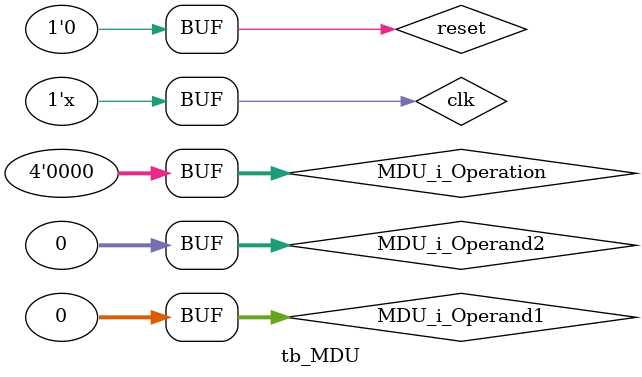
<source format=v>
`timescale 1ns / 1ps


module tb_MDU;

	// Inputs
	reg clk;
	reg reset;
	reg [31:0] MDU_i_Operand1;
	reg [31:0] MDU_i_Operand2;
	reg [3:0] MDU_i_Operation;

	// Outputs
	wire MDU_o_Busy;
	wire [31:0] MDU_o_Hi;
	wire [31:0] MDU_o_Lo;

	// Instantiate the Unit Under Test (UUT)
	MDU uut (
		.clk(clk), 
		.reset(reset), 
		.MDU_i_Operand1(MDU_i_Operand1), 
		.MDU_i_Operand2(MDU_i_Operand2), 
		.MDU_i_Operation(MDU_i_Operation), 
		.MDU_o_Busy(MDU_o_Busy), 
		.MDU_o_Hi(MDU_o_Hi), 
		.MDU_o_Lo(MDU_o_Lo)
	);

	initial begin
		// Initialize Inputs
		clk = 0;
		reset = 1;
		MDU_i_Operand1 = 0;
		MDU_i_Operand2 = 0;
		MDU_i_Operation = 0;

		// Wait 100 ns for global reset to finish
		#106 reset = 0;
        
		// Add stimulus here
		#10 MDU_i_Operand1 = 32'd12345678;
			MDU_i_Operand2 = 32'd24691356;
			MDU_i_Operation = 1;
		#10 MDU_i_Operand1 = 32'd0;
			MDU_i_Operand2 = 32'd0;
			MDU_i_Operation = 0;
		#100;

		#10 MDU_i_Operand1 = 32'd12345678;
			MDU_i_Operand2 = 32'd24691356;
			MDU_i_Operation = 2;
		#10 MDU_i_Operand1 = 32'd0;
			MDU_i_Operand2 = 32'd0;
			MDU_i_Operation = 0;
		#100;

		#10 MDU_i_Operand1 = 32'd12345678;
			MDU_i_Operand2 = 32'd24691356;
			MDU_i_Operation = 3;
		#10 MDU_i_Operand1 = 32'd0;
			MDU_i_Operand2 = 32'd0;
			MDU_i_Operation = 0;
		#150;

		#10 MDU_i_Operand1 = 32'd12345678;
			MDU_i_Operand2 = 32'd24691356;
			MDU_i_Operation = 4;
		#10 MDU_i_Operand1 = 32'd0;
			MDU_i_Operand2 = 32'd0;
			MDU_i_Operation = 0;
		#150;

		#10 MDU_i_Operand1 = -32'd12345678;
			MDU_i_Operand2 = 32'd126;
			MDU_i_Operation = 1;
		#10 MDU_i_Operand1 = 32'd0;
			MDU_i_Operand2 = 32'd0;
			MDU_i_Operation = 0;
		#150;

		#10 MDU_i_Operand1 = -32'd12345678;
			MDU_i_Operand2 = 32'd126;
			MDU_i_Operation = 2;
		#10 MDU_i_Operand1 = 32'd0;
			MDU_i_Operand2 = 32'd0;
			MDU_i_Operation = 0;
		#150;

		#10 MDU_i_Operand1 = -32'd12345678;
			MDU_i_Operand2 = 32'd126;
			MDU_i_Operation = 3;
		#10 MDU_i_Operand1 = 32'd0;
			MDU_i_Operand2 = 32'd0;
			MDU_i_Operation = 0;
		#150;

		#10 MDU_i_Operand1 = -32'd12345678;
			MDU_i_Operand2 = 32'd126;
			MDU_i_Operation = 4;
		#10 MDU_i_Operand1 = 32'd0;
			MDU_i_Operand2 = 32'd0;
			MDU_i_Operation = 0;
		#150;

		#10 MDU_i_Operand1 = -32'd12345678;
			MDU_i_Operand2 = 32'd126;
			MDU_i_Operation = 5;
		#10 MDU_i_Operand1 = 32'd0;
			MDU_i_Operand2 = 32'd0;
			MDU_i_Operation = 0;
		#150;

		#10 MDU_i_Operand1 = -32'd12345678;
			MDU_i_Operand2 = 32'd126;
			MDU_i_Operation = 6;
		#10 MDU_i_Operand1 = 32'd0;
			MDU_i_Operand2 = 32'd0;
			MDU_i_Operation = 0;
		#150;

		#10 MDU_i_Operand1 = 32'd12345678;
			MDU_i_Operand2 = -32'd126;
			MDU_i_Operation = 1;
		#10 MDU_i_Operand1 = 32'd0;
			MDU_i_Operand2 = 32'd0;
			MDU_i_Operation = 0;
		#150;

		#10 MDU_i_Operand1 = 32'd12345678;
			MDU_i_Operand2 = -32'd126;
			MDU_i_Operation = 2;
		#10 MDU_i_Operand1 = 32'd0;
			MDU_i_Operand2 = 32'd0;
			MDU_i_Operation = 0;
		#150;

		#10 MDU_i_Operand1 = 32'd12345678;
			MDU_i_Operand2 = -32'd126;
			MDU_i_Operation = 3;
		#10 MDU_i_Operand1 = 32'd0;
			MDU_i_Operand2 = 32'd0;
			MDU_i_Operation = 0;
		#150;

		#10 MDU_i_Operand1 = 32'd12345678;
			MDU_i_Operand2 = -32'd126;
			MDU_i_Operation = 4;
		#10 MDU_i_Operand1 = 32'd0;
			MDU_i_Operand2 = 32'd0;
			MDU_i_Operation = 0;
		#150;

		#10 MDU_i_Operand1 = -32'd12345678;
			MDU_i_Operand2 = -32'd126;
			MDU_i_Operation = 1;
		#10 MDU_i_Operand1 = 32'd0;
			MDU_i_Operand2 = 32'd0;
			MDU_i_Operation = 0;
		#150;

		#10 MDU_i_Operand1 = -32'd12345678;
			MDU_i_Operand2 = -32'd126;
			MDU_i_Operation = 2;
		#10 MDU_i_Operand1 = 32'd0;
			MDU_i_Operand2 = 32'd0;
			MDU_i_Operation = 0;
		#150;

		#10 MDU_i_Operand1 = -32'd12345678;
			MDU_i_Operand2 = -32'd126;
			MDU_i_Operation = 3;
		#10 MDU_i_Operand1 = 32'd0;
			MDU_i_Operand2 = 32'd0;
			MDU_i_Operation = 0;
		#150;

		#10 MDU_i_Operand1 = -32'd12345678;
			MDU_i_Operand2 = -32'd126;
			MDU_i_Operation = 4;
		#10 MDU_i_Operand1 = 32'd0;
			MDU_i_Operand2 = 32'd0;
			MDU_i_Operation = 0;
		#150;


	end

	always #5 clk = ~clk;
      
endmodule


</source>
